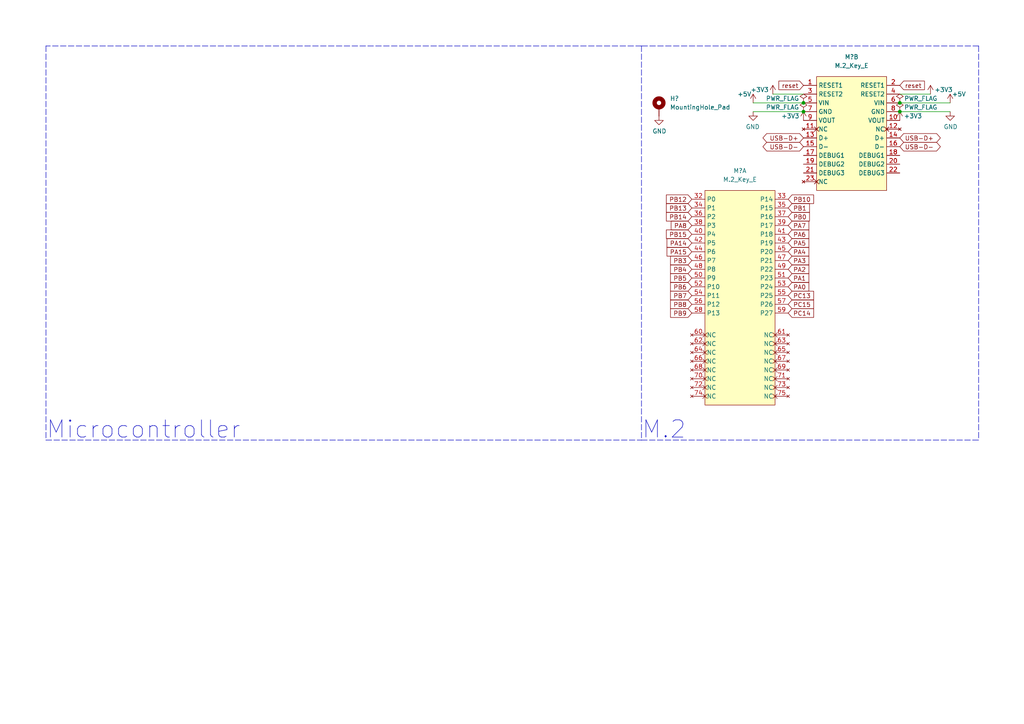
<source format=kicad_sch>
(kicad_sch (version 20211123) (generator eeschema)
  (paper "A4")
  (lib_symbols
    (symbol "M.2_Key_E_1"
      (property "Reference" "M?" (at 0 5.08 0))
      (property "Value" "M.2_Key_E_1" (at 0 2.54 0))
      (symbol "M.2_Key_E_1_1_1"
        (rectangle (start -10.16 0) (end 10.16 -62.23) (stroke (width 0.1524)) (fill (type background)))
        (pin bidirectional line (at -13.97 -2.54 0) (length 3.81) (name "P0") (number "32"))
        (pin bidirectional line (at 13.97 -2.54 180) (length 3.81) (name "P14") (number "33"))
        (pin bidirectional line (at -13.97 -5.08 0) (length 3.81) (name "P1") (number "34"))
        (pin bidirectional line (at 13.97 -5.08 180) (length 3.81) (name "P15") (number "35"))
        (pin bidirectional line (at -13.97 -7.62 0) (length 3.81) (name "P2") (number "36"))
        (pin bidirectional line (at 13.97 -7.62 180) (length 3.81) (name "P16") (number "37"))
        (pin bidirectional line (at -13.97 -10.16 0) (length 3.81) (name "P3") (number "38"))
        (pin bidirectional line (at 13.97 -10.16 180) (length 3.81) (name "P17") (number "39"))
        (pin bidirectional line (at -13.97 -12.7 0) (length 3.81) (name "P4") (number "40"))
        (pin bidirectional line (at 13.97 -12.7 180) (length 3.81) (name "P18") (number "41"))
        (pin bidirectional line (at -13.97 -15.24 0) (length 3.81) (name "P5") (number "42"))
        (pin bidirectional line (at 13.97 -15.24 180) (length 3.81) (name "P19") (number "43"))
        (pin bidirectional line (at -13.97 -17.78 0) (length 3.81) (name "P6") (number "44"))
        (pin bidirectional line (at 13.97 -17.78 180) (length 3.81) (name "P20") (number "45"))
        (pin bidirectional line (at -13.97 -20.32 0) (length 3.81) (name "P7") (number "46"))
        (pin bidirectional line (at 13.97 -20.32 180) (length 3.81) (name "P21") (number "47"))
        (pin bidirectional line (at -13.97 -22.86 0) (length 3.81) (name "P8") (number "48"))
        (pin bidirectional line (at 13.97 -22.86 180) (length 3.81) (name "P22") (number "49"))
        (pin bidirectional line (at -13.97 -25.4 0) (length 3.81) (name "P9") (number "50"))
        (pin bidirectional line (at 13.97 -25.4 180) (length 3.81) (name "P23") (number "51"))
        (pin bidirectional line (at -13.97 -27.94 0) (length 3.81) (name "P10") (number "52"))
        (pin bidirectional line (at 13.97 -27.94 180) (length 3.81) (name "P24") (number "53"))
        (pin bidirectional line (at -13.97 -30.48 0) (length 3.81) (name "P11") (number "54"))
        (pin bidirectional line (at 13.97 -30.48 180) (length 3.81) (name "P25") (number "55"))
        (pin bidirectional line (at -13.97 -33.02 0) (length 3.81) (name "P12") (number "56"))
        (pin bidirectional line (at 13.97 -33.02 180) (length 3.81) (name "P26") (number "57"))
        (pin bidirectional line (at -13.97 -35.56 0) (length 3.81) (name "P13") (number "58"))
        (pin bidirectional line (at 13.97 -35.56 180) (length 3.81) (name "P27") (number "59"))
        (pin no_connect non_logic (at -13.97 -41.91 0) (length 3.81) (name "NC") (number "60"))
        (pin no_connect non_logic (at 13.97 -41.91 180) (length 3.81) (name "NC") (number "61"))
        (pin no_connect non_logic (at -13.97 -44.45 0) (length 3.81) (name "NC") (number "62"))
        (pin no_connect non_logic (at 13.97 -44.45 180) (length 3.81) (name "NC") (number "63"))
        (pin no_connect non_logic (at -13.97 -46.99 0) (length 3.81) (name "NC") (number "64"))
        (pin no_connect non_logic (at 13.97 -46.99 180) (length 3.81) (name "NC") (number "65"))
        (pin no_connect non_logic (at -13.97 -49.53 0) (length 3.81) (name "NC") (number "66"))
        (pin no_connect non_logic (at 13.97 -49.53 180) (length 3.81) (name "NC") (number "67"))
        (pin no_connect non_logic (at -13.97 -52.07 0) (length 3.81) (name "NC") (number "68"))
        (pin no_connect non_logic (at 13.97 -52.07 180) (length 3.81) (name "NC") (number "69"))
        (pin no_connect non_logic (at -13.97 -54.61 0) (length 3.81) (name "NC") (number "70"))
        (pin no_connect non_logic (at 13.97 -54.61 180) (length 3.81) (name "NC") (number "71"))
        (pin no_connect non_logic (at -13.97 -57.15 0) (length 3.81) (name "NC") (number "72"))
        (pin no_connect non_logic (at 13.97 -57.15 180) (length 3.81) (name "NC") (number "73"))
        (pin no_connect non_logic (at -13.97 -59.69 0) (length 3.81) (name "NC") (number "74"))
        (pin no_connect non_logic (at 13.97 -59.69 180) (length 3.81) (name "NC") (number "75"))
      )
      (symbol "M.2_Key_E_1_2_1"
        (rectangle (start -10.16 0) (end 10.16 -33.02) (stroke (width 0.1524)) (fill (type background)))
        (pin input line (at -13.97 -2.54 0) (length 3.81) (name "RESET1") (number "1"))
        (pin power_out line (at 13.97 -12.7 180) (length 3.81) (name "VOUT") (number "10"))
        (pin no_connect non_logic (at -13.97 -15.24 0) (length 3.81) (name "NC") (number "11"))
        (pin no_connect non_logic (at 13.97 -15.24 180) (length 3.81) (name "NC") (number "12"))
        (pin bidirectional line (at -13.97 -17.78 0) (length 3.81) (name "D+") (number "13"))
        (pin bidirectional line (at 13.97 -17.78 180) (length 3.81) (name "D+") (number "14"))
        (pin bidirectional line (at -13.97 -20.32 0) (length 3.81) (name "D-") (number "15"))
        (pin bidirectional line (at 13.97 -20.32 180) (length 3.81) (name "D-") (number "16"))
        (pin bidirectional line (at -13.97 -22.86 0) (length 3.81) (name "DEBUG1") (number "17"))
        (pin bidirectional line (at 13.97 -22.86 180) (length 3.81) (name "DEBUG1") (number "18"))
        (pin bidirectional line (at -13.97 -25.4 0) (length 3.81) (name "DEBUG2") (number "19"))
        (pin input line (at 13.97 -2.54 180) (length 3.81) (name "RESET1") (number "2"))
        (pin bidirectional line (at 13.97 -25.4 180) (length 3.81) (name "DEBUG2") (number "20"))
        (pin bidirectional line (at -13.97 -27.94 0) (length 3.81) (name "DEBUG3") (number "21"))
        (pin bidirectional line (at 13.97 -27.94 180) (length 3.81) (name "DEBUG3") (number "22"))
        (pin no_connect non_logic (at -13.97 -30.48 0) (length 3.81) (name "NC") (number "23"))
        (pin no_connect non_logic (at 13.97 -30.48 180) (length 3.81) (name "NC") (number "24"))
        (pin output line (at -13.97 -5.08 0) (length 3.81) (name "RESET2") (number "3"))
        (pin output line (at 13.97 -5.08 180) (length 3.81) (name "RESET2") (number "4"))
        (pin power_in line (at -13.97 -7.62 0) (length 3.81) (name "VIN") (number "5"))
        (pin power_in line (at 13.97 -7.62 180) (length 3.81) (name "VIN") (number "6"))
        (pin power_in line (at -13.97 -10.16 0) (length 3.81) (name "GND") (number "7"))
        (pin power_in line (at 13.97 -10.16 180) (length 3.81) (name "GND") (number "8"))
        (pin power_out line (at -13.97 -12.7 0) (length 3.81) (name "VOUT") (number "9"))
      )
    )
    (symbol "Mechanical:MountingHole_Pad" (pin_numbers hide) (pin_names (offset 1.016) hide)
      (property "Reference" "H" (at 0 6.35 0))
      (property "Value" "MountingHole_Pad" (at 0 4.445 0))
      (symbol "MountingHole_Pad_0_1"
        (circle (center 0 1.27) (radius 1.27) (stroke (width 1.27)))
      )
      (symbol "MountingHole_Pad_1_1"
        (pin input line (at 0 -2.54 90) (length 2.54) (name "1") (number "1"))
      )
    )
    (symbol "Power:GND" (power) (pin_names (offset 0))
      (property "Value" "GND" (at 0 -3.81 0))
      (symbol "GND_0_1"
        (polyline (pts (xy 0 0) (xy 0 -1.27) (xy 1.27 -1.27) (xy 0 -2.54) (xy -1.27 -1.27) (xy 0 -1.27)))
      )
      (symbol "GND_1_1"
        (pin power_in line (at 0 0 270) (length 0) hide (name "GND") (number "1"))
      )
    )
    (symbol "m2ngff:M.2_Key_E"
      (property "Reference" "M?" (at 0 5.08 0))
      (property "Value" "M.2_Key_E" (at 0 2.54 0))
      (symbol "M.2_Key_E_1_1"
        (rectangle (start -10.16 0) (end 10.16 -62.23) (stroke (width 0.1524)) (fill (type background)))
        (pin bidirectional line (at -13.97 -2.54 0) (length 3.81) (name "P0") (number "32"))
        (pin bidirectional line (at 13.97 -2.54 180) (length 3.81) (name "P14") (number "33"))
        (pin bidirectional line (at -13.97 -5.08 0) (length 3.81) (name "P1") (number "34"))
        (pin bidirectional line (at 13.97 -5.08 180) (length 3.81) (name "P15") (number "35"))
        (pin bidirectional line (at -13.97 -7.62 0) (length 3.81) (name "P2") (number "36"))
        (pin bidirectional line (at 13.97 -7.62 180) (length 3.81) (name "P16") (number "37"))
        (pin bidirectional line (at -13.97 -10.16 0) (length 3.81) (name "P3") (number "38"))
        (pin bidirectional line (at 13.97 -10.16 180) (length 3.81) (name "P17") (number "39"))
        (pin bidirectional line (at -13.97 -12.7 0) (length 3.81) (name "P4") (number "40"))
        (pin bidirectional line (at 13.97 -12.7 180) (length 3.81) (name "P18") (number "41"))
        (pin bidirectional line (at -13.97 -15.24 0) (length 3.81) (name "P5") (number "42"))
        (pin bidirectional line (at 13.97 -15.24 180) (length 3.81) (name "P19") (number "43"))
        (pin bidirectional line (at -13.97 -17.78 0) (length 3.81) (name "P6") (number "44"))
        (pin bidirectional line (at 13.97 -17.78 180) (length 3.81) (name "P20") (number "45"))
        (pin bidirectional line (at -13.97 -20.32 0) (length 3.81) (name "P7") (number "46"))
        (pin bidirectional line (at 13.97 -20.32 180) (length 3.81) (name "P21") (number "47"))
        (pin bidirectional line (at -13.97 -22.86 0) (length 3.81) (name "P8") (number "48"))
        (pin bidirectional line (at 13.97 -22.86 180) (length 3.81) (name "P22") (number "49"))
        (pin bidirectional line (at -13.97 -25.4 0) (length 3.81) (name "P9") (number "50"))
        (pin bidirectional line (at 13.97 -25.4 180) (length 3.81) (name "P23") (number "51"))
        (pin bidirectional line (at -13.97 -27.94 0) (length 3.81) (name "P10") (number "52"))
        (pin bidirectional line (at 13.97 -27.94 180) (length 3.81) (name "P24") (number "53"))
        (pin bidirectional line (at -13.97 -30.48 0) (length 3.81) (name "P11") (number "54"))
        (pin bidirectional line (at 13.97 -30.48 180) (length 3.81) (name "P25") (number "55"))
        (pin bidirectional line (at -13.97 -33.02 0) (length 3.81) (name "P12") (number "56"))
        (pin bidirectional line (at 13.97 -33.02 180) (length 3.81) (name "P26") (number "57"))
        (pin bidirectional line (at -13.97 -35.56 0) (length 3.81) (name "P13") (number "58"))
        (pin bidirectional line (at 13.97 -35.56 180) (length 3.81) (name "P27") (number "59"))
        (pin no_connect non_logic (at -13.97 -41.91 0) (length 3.81) (name "NC") (number "60"))
        (pin no_connect non_logic (at 13.97 -41.91 180) (length 3.81) (name "NC") (number "61"))
        (pin no_connect non_logic (at -13.97 -44.45 0) (length 3.81) (name "NC") (number "62"))
        (pin no_connect non_logic (at 13.97 -44.45 180) (length 3.81) (name "NC") (number "63"))
        (pin no_connect non_logic (at -13.97 -46.99 0) (length 3.81) (name "NC") (number "64"))
        (pin no_connect non_logic (at 13.97 -46.99 180) (length 3.81) (name "NC") (number "65"))
        (pin no_connect non_logic (at -13.97 -49.53 0) (length 3.81) (name "NC") (number "66"))
        (pin no_connect non_logic (at 13.97 -49.53 180) (length 3.81) (name "NC") (number "67"))
        (pin no_connect non_logic (at -13.97 -52.07 0) (length 3.81) (name "NC") (number "68"))
        (pin no_connect non_logic (at 13.97 -52.07 180) (length 3.81) (name "NC") (number "69"))
        (pin no_connect non_logic (at -13.97 -54.61 0) (length 3.81) (name "NC") (number "70"))
        (pin no_connect non_logic (at 13.97 -54.61 180) (length 3.81) (name "NC") (number "71"))
        (pin no_connect non_logic (at -13.97 -57.15 0) (length 3.81) (name "NC") (number "72"))
        (pin no_connect non_logic (at 13.97 -57.15 180) (length 3.81) (name "NC") (number "73"))
        (pin no_connect non_logic (at -13.97 -59.69 0) (length 3.81) (name "NC") (number "74"))
        (pin no_connect non_logic (at 13.97 -59.69 180) (length 3.81) (name "NC") (number "75"))
      )
      (symbol "M.2_Key_E_2_1"
        (rectangle (start -10.16 0) (end 10.16 -33.02) (stroke (width 0.1524)) (fill (type background)))
        (pin input line (at -13.97 -2.54 0) (length 3.81) (name "RESET1") (number "1"))
        (pin power_out line (at 13.97 -12.7 180) (length 3.81) (name "VOUT") (number "10"))
        (pin no_connect non_logic (at -13.97 -15.24 0) (length 3.81) (name "NC") (number "11"))
        (pin no_connect non_logic (at 13.97 -15.24 180) (length 3.81) (name "NC") (number "12"))
        (pin bidirectional line (at -13.97 -17.78 0) (length 3.81) (name "D+") (number "13"))
        (pin bidirectional line (at 13.97 -17.78 180) (length 3.81) (name "D+") (number "14"))
        (pin bidirectional line (at -13.97 -20.32 0) (length 3.81) (name "D-") (number "15"))
        (pin bidirectional line (at 13.97 -20.32 180) (length 3.81) (name "D-") (number "16"))
        (pin bidirectional line (at -13.97 -22.86 0) (length 3.81) (name "DEBUG1") (number "17"))
        (pin bidirectional line (at 13.97 -22.86 180) (length 3.81) (name "DEBUG1") (number "18"))
        (pin bidirectional line (at -13.97 -25.4 0) (length 3.81) (name "DEBUG2") (number "19"))
        (pin input line (at 13.97 -2.54 180) (length 3.81) (name "RESET1") (number "2"))
        (pin bidirectional line (at 13.97 -25.4 180) (length 3.81) (name "DEBUG2") (number "20"))
        (pin bidirectional line (at -13.97 -27.94 0) (length 3.81) (name "DEBUG3") (number "21"))
        (pin bidirectional line (at 13.97 -27.94 180) (length 3.81) (name "DEBUG3") (number "22"))
        (pin no_connect non_logic (at -13.97 -30.48 0) (length 3.81) (name "NC") (number "23"))
        (pin output line (at -13.97 -5.08 0) (length 3.81) (name "RESET2") (number "3"))
        (pin output line (at 13.97 -5.08 180) (length 3.81) (name "RESET2") (number "4"))
        (pin power_in line (at -13.97 -7.62 0) (length 3.81) (name "VIN") (number "5"))
        (pin power_in line (at 13.97 -7.62 180) (length 3.81) (name "VIN") (number "6"))
        (pin power_in line (at -13.97 -10.16 0) (length 3.81) (name "GND") (number "7"))
        (pin power_in line (at 13.97 -10.16 180) (length 3.81) (name "GND") (number "8"))
        (pin power_out line (at -13.97 -12.7 0) (length 3.81) (name "VOUT") (number "9"))
      )
    )
    (symbol "power:+3.3V" (power) (pin_names (offset 0))
      (property "Value" "+3.3V" (at 0 3.556 0))
      (symbol "+3.3V_0_1"
        (polyline (pts (xy -0.762 1.27) (xy 0 2.54)))
        (polyline (pts (xy 0 0) (xy 0 2.54)))
        (polyline (pts (xy 0 2.54) (xy 0.762 1.27)))
      )
      (symbol "+3.3V_1_1"
        (pin power_in line (at 0 0 90) (length 0) hide (name "+3V3") (number "1"))
      )
    )
    (symbol "power:+5V" (power) (pin_names (offset 0))
      (property "Value" "+5V" (at 0 3.556 0))
      (symbol "+5V_0_1"
        (polyline (pts (xy -0.762 1.27) (xy 0 2.54)))
        (polyline (pts (xy 0 0) (xy 0 2.54)))
        (polyline (pts (xy 0 2.54) (xy 0.762 1.27)))
      )
      (symbol "+5V_1_1"
        (pin power_in line (at 0 0 90) (length 0) hide (name "+5V") (number "1"))
      )
    )
    (symbol "power:PWR_FLAG" (power) (pin_numbers hide) (pin_names (offset 0) hide)
      (property "Value" "PWR_FLAG" (at 0 3.81 0))
      (symbol "PWR_FLAG_0_0"
        (pin power_out line (at 0 0 90) (length 0) (name "pwr") (number "1"))
      )
      (symbol "PWR_FLAG_0_1"
        (polyline (pts (xy 0 0) (xy 0 1.27) (xy -1.016 1.905) (xy 0 2.54) (xy 1.016 1.905) (xy 0 1.27)))
      )
    )
  )
  (junction (at 233.045 32.385))
  (junction (at 260.985 32.385))
  (junction (at 233.045 29.845))
  (junction (at 260.985 29.845))
  (polyline (pts (xy 283.845 13.335) (xy 283.845 127.635)))
  (wire (pts (xy 275.59 32.385) (xy 260.985 32.385)))
  (polyline (pts (xy 186.055 127.635) (xy 283.845 127.635)))
  (wire (pts (xy 224.155 27.305) (xy 233.045 27.305)))
  (polyline (pts (xy 186.055 13.335) (xy 186.055 127.635)))
  (wire (pts (xy 275.59 29.845) (xy 260.985 29.845)))
  (wire (pts (xy 218.44 32.385) (xy 233.045 32.385)))
  (polyline (pts (xy 283.845 13.335) (xy 186.055 13.335)))
  (polyline (pts (xy 13.335 127.635) (xy 186.055 127.635)))
  (wire (pts (xy 218.44 29.845) (xy 233.045 29.845)))
  (polyline (pts (xy 186.055 13.335) (xy 13.335 13.335)))
  (wire (pts (xy 269.875 27.305) (xy 260.985 27.305)))
  (polyline (pts (xy 13.335 13.335) (xy 13.335 127.635)))
  (text "Microcontroller" (at 13.335 127.635 0) (effects (font (size 5 5)) (justify left bottom)))
  (text "M.2" (at 186.055 127.635 0) (effects (font (size 5 5)) (justify left bottom)))
  (global_label "reset" (shape input) (at 233.045 24.765 180) (property "Intersheet References" "${INTERSHEET_REFS}" (effects hide)))
  (global_label "PB7" (shape input) (at 200.66 85.725 180) (property "Intersheet References" "${INTERSHEET_REFS}" (effects hide)))
  (global_label "PA5" (shape input) (at 228.6 70.485 0) (property "Intersheet References" "${INTERSHEET_REFS}" (effects hide)))
  (global_label "PC14" (shape input) (at 228.6 90.805 0) (property "Intersheet References" "${INTERSHEET_REFS}" (effects hide)))
  (global_label "PB6" (shape input) (at 200.66 83.185 180) (property "Intersheet References" "${INTERSHEET_REFS}" (effects hide)))
  (global_label "PA1" (shape input) (at 228.6 80.645 0) (property "Intersheet References" "${INTERSHEET_REFS}" (effects hide)))
  (global_label "reset" (shape input) (at 260.985 24.765 0) (property "Intersheet References" "${INTERSHEET_REFS}" (effects hide)))
  (global_label "PC15" (shape input) (at 228.6 88.265 0) (property "Intersheet References" "${INTERSHEET_REFS}" (effects hide)))
  (global_label "PB15" (shape input) (at 200.66 67.945 180) (property "Intersheet References" "${INTERSHEET_REFS}" (effects hide)))
  (global_label "PA0" (shape input) (at 228.6 83.185 0) (property "Intersheet References" "${INTERSHEET_REFS}" (effects hide)))
  (global_label "PA7" (shape input) (at 228.6 65.405 0) (property "Intersheet References" "${INTERSHEET_REFS}" (effects hide)))
  (global_label "PA15" (shape input) (at 200.66 73.025 180) (property "Intersheet References" "${INTERSHEET_REFS}" (effects hide)))
  (global_label "PA14" (shape input) (at 200.66 70.485 180) (property "Intersheet References" "${INTERSHEET_REFS}" (effects hide)))
  (global_label "PA8" (shape input) (at 200.66 65.405 180) (property "Intersheet References" "${INTERSHEET_REFS}" (effects hide)))
  (global_label "PC13" (shape input) (at 228.6 85.725 0) (property "Intersheet References" "${INTERSHEET_REFS}" (effects hide)))
  (global_label "PB8" (shape input) (at 200.66 88.265 180) (property "Intersheet References" "${INTERSHEET_REFS}" (effects hide)))
  (global_label "USB-D-" (shape bidirectional) (at 260.985 42.545 0) (property "Intersheet References" "${INTERSHEET_REFS}" (effects hide)))
  (global_label "PB3" (shape input) (at 200.66 75.565 180) (property "Intersheet References" "${INTERSHEET_REFS}" (effects hide)))
  (global_label "PB9" (shape input) (at 200.66 90.805 180) (property "Intersheet References" "${INTERSHEET_REFS}" (effects hide)))
  (global_label "PB12" (shape input) (at 200.66 57.785 180) (property "Intersheet References" "${INTERSHEET_REFS}" (effects hide)))
  (global_label "PB0" (shape input) (at 228.6 62.865 0) (property "Intersheet References" "${INTERSHEET_REFS}" (effects hide)))
  (global_label "PA6" (shape input) (at 228.6 67.945 0) (property "Intersheet References" "${INTERSHEET_REFS}" (effects hide)))
  (global_label "PA3" (shape input) (at 228.6 75.565 0) (property "Intersheet References" "${INTERSHEET_REFS}" (effects hide)))
  (global_label "PA4" (shape input) (at 228.6 73.025 0) (property "Intersheet References" "${INTERSHEET_REFS}" (effects hide)))
  (global_label "PA2" (shape input) (at 228.6 78.105 0) (property "Intersheet References" "${INTERSHEET_REFS}" (effects hide)))
  (global_label "PB14" (shape input) (at 200.66 62.865 180) (property "Intersheet References" "${INTERSHEET_REFS}" (effects hide)))
  (global_label "USB-D-" (shape bidirectional) (at 233.045 42.545 180) (property "Intersheet References" "${INTERSHEET_REFS}" (effects hide)))
  (global_label "PB10" (shape input) (at 228.6 57.785 0) (property "Intersheet References" "${INTERSHEET_REFS}" (effects hide)))
  (global_label "PB4" (shape input) (at 200.66 78.105 180) (property "Intersheet References" "${INTERSHEET_REFS}" (effects hide)))
  (global_label "PB5" (shape input) (at 200.66 80.645 180) (property "Intersheet References" "${INTERSHEET_REFS}" (effects hide)))
  (global_label "USB-D+" (shape bidirectional) (at 260.985 40.005 0) (property "Intersheet References" "${INTERSHEET_REFS}" (effects hide)))
  (global_label "PB1" (shape input) (at 228.6 60.325 0) (property "Intersheet References" "${INTERSHEET_REFS}" (effects hide)))
  (global_label "PB13" (shape input) (at 200.66 60.325 180) (property "Intersheet References" "${INTERSHEET_REFS}" (effects hide)))
  (global_label "USB-D+" (shape bidirectional) (at 233.045 40.005 180) (property "Intersheet References" "${INTERSHEET_REFS}" (effects hide)))
  (symbol (lib_name "M.2_Key_E_1") (lib_id "m2ngff:M.2_Key_E") (at 214.63 55.245 0) (unit 1)
    (property "Reference" "M?" (at 214.63 49.53 0))
    (property "Value" "M.2_Key_E" (at 214.63 52.07 0))
    (property "Footprint" "m2ngff:m2-padKeyE" (effects hide))
  )
  (symbol (lib_id "power:+3.3V") (at 269.875 27.305 0) (unit 1)
    (property "Reference" "#PWR?" (effects hide))
    (property "Value" "+3.3V" (at 273.685 26.035 0))
  )
  (symbol (lib_id "Power:GND") (at 275.59 32.385 0) (unit 1)
    (property "Reference" "#PWR?" (effects hide))
    (property "Value" "GND" (at 275.717 36.7792 0))
  )
  (symbol (lib_id "power:PWR_FLAG") (at 260.985 32.385 0) (unit 1)
    (property "Reference" "#FLG?" (effects hide))
    (property "Value" "PWR_FLAG" (at 262.255 31.115 0) (effects (justify left)))
  )
  (symbol (lib_id "power:+3.3V") (at 260.985 34.925 0) (unit 1)
    (property "Reference" "#PWR?" (effects hide))
    (property "Value" "+3.3V" (at 264.795 33.655 0))
  )
  (symbol (lib_id "Power:GND") (at 218.44 32.385 0) (mirror y) (unit 1)
    (property "Reference" "#PWR?" (effects hide))
    (property "Value" "GND" (at 218.313 36.7792 0))
  )
  (symbol (lib_id "power:+5V") (at 275.59 29.845 0) (unit 1)
    (property "Reference" "#PWR?" (effects hide))
    (property "Value" "+5V" (at 278.13 27.305 0))
  )
  (symbol (lib_id "power:PWR_FLAG") (at 233.045 32.385 0) (mirror y) (unit 1)
    (property "Reference" "#FLG?" (effects hide))
    (property "Value" "PWR_FLAG" (at 231.775 31.115 0) (effects (justify left)))
  )
  (symbol (lib_id "power:PWR_FLAG") (at 260.985 29.845 0) (unit 1)
    (property "Reference" "#FLG?" (effects hide))
    (property "Value" "PWR_FLAG" (at 262.255 28.575 0) (effects (justify left)))
  )
  (symbol (lib_id "Power:GND") (at 191.135 33.655 0) (unit 1)
    (property "Reference" "#PWR?" (effects hide))
    (property "Value" "GND" (at 191.262 38.0492 0))
  )
  (symbol (lib_id "Mechanical:MountingHole_Pad") (at 191.135 31.115 0) (unit 1)
    (property "Reference" "H?" (at 194.31 28.5749 0) (effects (justify left)))
    (property "Value" "MountingHole_Pad" (at 194.31 31.1149 0) (effects (justify left)))
    (property "Footprint" "MountingHole:MountingHole_2.2mm_M2_ISO7380_Pad" (effects hide))
  )
  (symbol (lib_id "power:+3.3V") (at 233.045 34.925 0) (mirror y) (unit 1)
    (property "Reference" "#PWR?" (effects hide))
    (property "Value" "+3.3V" (at 229.235 33.655 0))
  )
  (symbol (lib_id "power:PWR_FLAG") (at 233.045 29.845 0) (mirror y) (unit 1)
    (property "Reference" "#FLG?" (effects hide))
    (property "Value" "PWR_FLAG" (at 231.775 28.575 0) (effects (justify left)))
  )
  (symbol (lib_id "power:+5V") (at 218.44 29.845 0) (mirror y) (unit 1)
    (property "Reference" "#PWR?" (effects hide))
    (property "Value" "+5V" (at 215.9 27.305 0))
  )
  (symbol (lib_id "power:+3.3V") (at 224.155 27.305 0) (mirror y) (unit 1)
    (property "Reference" "#PWR?" (effects hide))
    (property "Value" "+3.3V" (at 220.345 26.035 0))
  )
  (symbol (lib_id "m2ngff:M.2_Key_E") (at 247.015 22.225 0) (unit 2)
    (property "Reference" "M?" (at 247.015 16.51 0))
    (property "Value" "M.2_Key_E" (at 247.015 19.05 0))
    (property "Footprint" "m2ngff:m2-padKeyE" (effects hide))
  )
)
</source>
